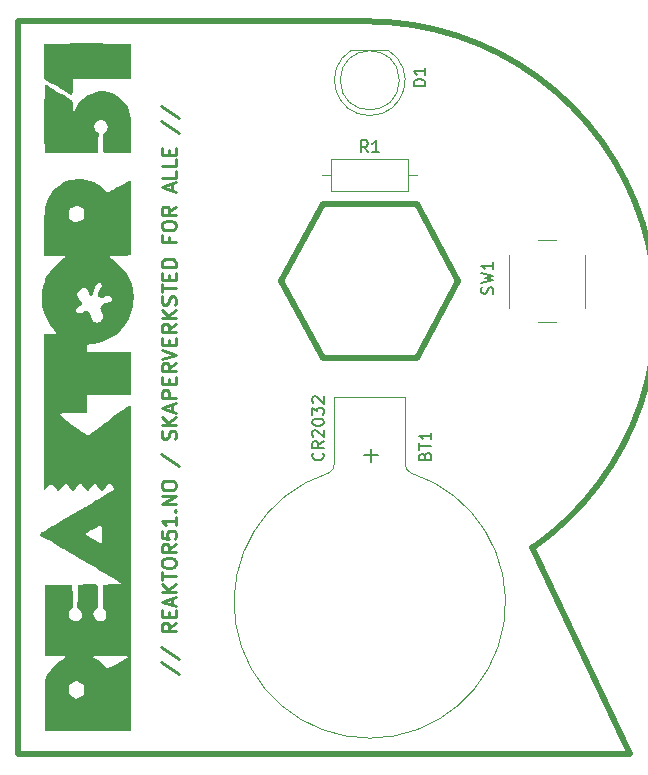
<source format=gbr>
%TF.GenerationSoftware,KiCad,Pcbnew,8.0.1-8.0.1-0~ubuntu20.04.1*%
%TF.CreationDate,2024-04-26T13:56:55+02:00*%
%TF.ProjectId,reaktor51_led,7265616b-746f-4723-9531-5f6c65642e6b,1*%
%TF.SameCoordinates,Original*%
%TF.FileFunction,Legend,Top*%
%TF.FilePolarity,Positive*%
%FSLAX46Y46*%
G04 Gerber Fmt 4.6, Leading zero omitted, Abs format (unit mm)*
G04 Created by KiCad (PCBNEW 8.0.1-8.0.1-0~ubuntu20.04.1) date 2024-04-26 13:56:55*
%MOMM*%
%LPD*%
G01*
G04 APERTURE LIST*
%ADD10C,0.500000*%
%ADD11C,0.200000*%
%ADD12C,0.220000*%
%ADD13C,0.150000*%
%ADD14C,0.120000*%
%ADD15C,0.000000*%
G04 APERTURE END LIST*
D10*
X165250000Y-75000000D02*
X168750000Y-68500000D01*
X165250000Y-62000000D02*
X168750000Y-68500000D01*
X131500000Y-108500000D02*
X131500000Y-46500000D01*
X183250000Y-108500000D02*
X174999856Y-91000068D01*
X131500000Y-46500000D02*
X161000000Y-46500000D01*
X153750000Y-68500000D02*
X157250000Y-75000000D01*
X157250000Y-75000000D02*
X165250000Y-75000000D01*
X157250000Y-62000000D02*
X153750000Y-68500000D01*
X131500000Y-108500000D02*
X183250000Y-108500000D01*
X165250000Y-62000000D02*
X157250000Y-62000000D01*
X161000000Y-46500000D02*
G75*
G02*
X175049828Y-91071182I0J-24500000D01*
G01*
D11*
X157271980Y-83058898D02*
X157319600Y-83106517D01*
X157319600Y-83106517D02*
X157367219Y-83249374D01*
X157367219Y-83249374D02*
X157367219Y-83344612D01*
X157367219Y-83344612D02*
X157319600Y-83487469D01*
X157319600Y-83487469D02*
X157224361Y-83582707D01*
X157224361Y-83582707D02*
X157129123Y-83630326D01*
X157129123Y-83630326D02*
X156938647Y-83677945D01*
X156938647Y-83677945D02*
X156795790Y-83677945D01*
X156795790Y-83677945D02*
X156605314Y-83630326D01*
X156605314Y-83630326D02*
X156510076Y-83582707D01*
X156510076Y-83582707D02*
X156414838Y-83487469D01*
X156414838Y-83487469D02*
X156367219Y-83344612D01*
X156367219Y-83344612D02*
X156367219Y-83249374D01*
X156367219Y-83249374D02*
X156414838Y-83106517D01*
X156414838Y-83106517D02*
X156462457Y-83058898D01*
X157367219Y-82058898D02*
X156891028Y-82392231D01*
X157367219Y-82630326D02*
X156367219Y-82630326D01*
X156367219Y-82630326D02*
X156367219Y-82249374D01*
X156367219Y-82249374D02*
X156414838Y-82154136D01*
X156414838Y-82154136D02*
X156462457Y-82106517D01*
X156462457Y-82106517D02*
X156557695Y-82058898D01*
X156557695Y-82058898D02*
X156700552Y-82058898D01*
X156700552Y-82058898D02*
X156795790Y-82106517D01*
X156795790Y-82106517D02*
X156843409Y-82154136D01*
X156843409Y-82154136D02*
X156891028Y-82249374D01*
X156891028Y-82249374D02*
X156891028Y-82630326D01*
X156462457Y-81677945D02*
X156414838Y-81630326D01*
X156414838Y-81630326D02*
X156367219Y-81535088D01*
X156367219Y-81535088D02*
X156367219Y-81296993D01*
X156367219Y-81296993D02*
X156414838Y-81201755D01*
X156414838Y-81201755D02*
X156462457Y-81154136D01*
X156462457Y-81154136D02*
X156557695Y-81106517D01*
X156557695Y-81106517D02*
X156652933Y-81106517D01*
X156652933Y-81106517D02*
X156795790Y-81154136D01*
X156795790Y-81154136D02*
X157367219Y-81725564D01*
X157367219Y-81725564D02*
X157367219Y-81106517D01*
X156367219Y-80487469D02*
X156367219Y-80392231D01*
X156367219Y-80392231D02*
X156414838Y-80296993D01*
X156414838Y-80296993D02*
X156462457Y-80249374D01*
X156462457Y-80249374D02*
X156557695Y-80201755D01*
X156557695Y-80201755D02*
X156748171Y-80154136D01*
X156748171Y-80154136D02*
X156986266Y-80154136D01*
X156986266Y-80154136D02*
X157176742Y-80201755D01*
X157176742Y-80201755D02*
X157271980Y-80249374D01*
X157271980Y-80249374D02*
X157319600Y-80296993D01*
X157319600Y-80296993D02*
X157367219Y-80392231D01*
X157367219Y-80392231D02*
X157367219Y-80487469D01*
X157367219Y-80487469D02*
X157319600Y-80582707D01*
X157319600Y-80582707D02*
X157271980Y-80630326D01*
X157271980Y-80630326D02*
X157176742Y-80677945D01*
X157176742Y-80677945D02*
X156986266Y-80725564D01*
X156986266Y-80725564D02*
X156748171Y-80725564D01*
X156748171Y-80725564D02*
X156557695Y-80677945D01*
X156557695Y-80677945D02*
X156462457Y-80630326D01*
X156462457Y-80630326D02*
X156414838Y-80582707D01*
X156414838Y-80582707D02*
X156367219Y-80487469D01*
X156367219Y-79820802D02*
X156367219Y-79201755D01*
X156367219Y-79201755D02*
X156748171Y-79535088D01*
X156748171Y-79535088D02*
X156748171Y-79392231D01*
X156748171Y-79392231D02*
X156795790Y-79296993D01*
X156795790Y-79296993D02*
X156843409Y-79249374D01*
X156843409Y-79249374D02*
X156938647Y-79201755D01*
X156938647Y-79201755D02*
X157176742Y-79201755D01*
X157176742Y-79201755D02*
X157271980Y-79249374D01*
X157271980Y-79249374D02*
X157319600Y-79296993D01*
X157319600Y-79296993D02*
X157367219Y-79392231D01*
X157367219Y-79392231D02*
X157367219Y-79677945D01*
X157367219Y-79677945D02*
X157319600Y-79773183D01*
X157319600Y-79773183D02*
X157271980Y-79820802D01*
X156462457Y-78820802D02*
X156414838Y-78773183D01*
X156414838Y-78773183D02*
X156367219Y-78677945D01*
X156367219Y-78677945D02*
X156367219Y-78439850D01*
X156367219Y-78439850D02*
X156414838Y-78344612D01*
X156414838Y-78344612D02*
X156462457Y-78296993D01*
X156462457Y-78296993D02*
X156557695Y-78249374D01*
X156557695Y-78249374D02*
X156652933Y-78249374D01*
X156652933Y-78249374D02*
X156795790Y-78296993D01*
X156795790Y-78296993D02*
X157367219Y-78868421D01*
X157367219Y-78868421D02*
X157367219Y-78249374D01*
D12*
X143584560Y-100712406D02*
X145127417Y-101740978D01*
X143584560Y-99455263D02*
X145127417Y-100483835D01*
X144841702Y-97455263D02*
X144270274Y-97855263D01*
X144841702Y-98140977D02*
X143641702Y-98140977D01*
X143641702Y-98140977D02*
X143641702Y-97683834D01*
X143641702Y-97683834D02*
X143698845Y-97569549D01*
X143698845Y-97569549D02*
X143755988Y-97512406D01*
X143755988Y-97512406D02*
X143870274Y-97455263D01*
X143870274Y-97455263D02*
X144041702Y-97455263D01*
X144041702Y-97455263D02*
X144155988Y-97512406D01*
X144155988Y-97512406D02*
X144213131Y-97569549D01*
X144213131Y-97569549D02*
X144270274Y-97683834D01*
X144270274Y-97683834D02*
X144270274Y-98140977D01*
X144213131Y-96940977D02*
X144213131Y-96540977D01*
X144841702Y-96369549D02*
X144841702Y-96940977D01*
X144841702Y-96940977D02*
X143641702Y-96940977D01*
X143641702Y-96940977D02*
X143641702Y-96369549D01*
X144498845Y-95912406D02*
X144498845Y-95340978D01*
X144841702Y-96026692D02*
X143641702Y-95626692D01*
X143641702Y-95626692D02*
X144841702Y-95226692D01*
X144841702Y-94826692D02*
X143641702Y-94826692D01*
X144841702Y-94140978D02*
X144155988Y-94655264D01*
X143641702Y-94140978D02*
X144327417Y-94826692D01*
X143641702Y-93798121D02*
X143641702Y-93112407D01*
X144841702Y-93455264D02*
X143641702Y-93455264D01*
X143641702Y-92483835D02*
X143641702Y-92255263D01*
X143641702Y-92255263D02*
X143698845Y-92140978D01*
X143698845Y-92140978D02*
X143813131Y-92026692D01*
X143813131Y-92026692D02*
X144041702Y-91969549D01*
X144041702Y-91969549D02*
X144441702Y-91969549D01*
X144441702Y-91969549D02*
X144670274Y-92026692D01*
X144670274Y-92026692D02*
X144784560Y-92140978D01*
X144784560Y-92140978D02*
X144841702Y-92255263D01*
X144841702Y-92255263D02*
X144841702Y-92483835D01*
X144841702Y-92483835D02*
X144784560Y-92598121D01*
X144784560Y-92598121D02*
X144670274Y-92712406D01*
X144670274Y-92712406D02*
X144441702Y-92769549D01*
X144441702Y-92769549D02*
X144041702Y-92769549D01*
X144041702Y-92769549D02*
X143813131Y-92712406D01*
X143813131Y-92712406D02*
X143698845Y-92598121D01*
X143698845Y-92598121D02*
X143641702Y-92483835D01*
X144841702Y-90769549D02*
X144270274Y-91169549D01*
X144841702Y-91455263D02*
X143641702Y-91455263D01*
X143641702Y-91455263D02*
X143641702Y-90998120D01*
X143641702Y-90998120D02*
X143698845Y-90883835D01*
X143698845Y-90883835D02*
X143755988Y-90826692D01*
X143755988Y-90826692D02*
X143870274Y-90769549D01*
X143870274Y-90769549D02*
X144041702Y-90769549D01*
X144041702Y-90769549D02*
X144155988Y-90826692D01*
X144155988Y-90826692D02*
X144213131Y-90883835D01*
X144213131Y-90883835D02*
X144270274Y-90998120D01*
X144270274Y-90998120D02*
X144270274Y-91455263D01*
X143641702Y-89683835D02*
X143641702Y-90255263D01*
X143641702Y-90255263D02*
X144213131Y-90312406D01*
X144213131Y-90312406D02*
X144155988Y-90255263D01*
X144155988Y-90255263D02*
X144098845Y-90140978D01*
X144098845Y-90140978D02*
X144098845Y-89855263D01*
X144098845Y-89855263D02*
X144155988Y-89740978D01*
X144155988Y-89740978D02*
X144213131Y-89683835D01*
X144213131Y-89683835D02*
X144327417Y-89626692D01*
X144327417Y-89626692D02*
X144613131Y-89626692D01*
X144613131Y-89626692D02*
X144727417Y-89683835D01*
X144727417Y-89683835D02*
X144784560Y-89740978D01*
X144784560Y-89740978D02*
X144841702Y-89855263D01*
X144841702Y-89855263D02*
X144841702Y-90140978D01*
X144841702Y-90140978D02*
X144784560Y-90255263D01*
X144784560Y-90255263D02*
X144727417Y-90312406D01*
X144841702Y-88483835D02*
X144841702Y-89169549D01*
X144841702Y-88826692D02*
X143641702Y-88826692D01*
X143641702Y-88826692D02*
X143813131Y-88940978D01*
X143813131Y-88940978D02*
X143927417Y-89055263D01*
X143927417Y-89055263D02*
X143984560Y-89169549D01*
X144727417Y-87969549D02*
X144784560Y-87912406D01*
X144784560Y-87912406D02*
X144841702Y-87969549D01*
X144841702Y-87969549D02*
X144784560Y-88026692D01*
X144784560Y-88026692D02*
X144727417Y-87969549D01*
X144727417Y-87969549D02*
X144841702Y-87969549D01*
X144841702Y-87398120D02*
X143641702Y-87398120D01*
X143641702Y-87398120D02*
X144841702Y-86712406D01*
X144841702Y-86712406D02*
X143641702Y-86712406D01*
X143641702Y-85912406D02*
X143641702Y-85683834D01*
X143641702Y-85683834D02*
X143698845Y-85569549D01*
X143698845Y-85569549D02*
X143813131Y-85455263D01*
X143813131Y-85455263D02*
X144041702Y-85398120D01*
X144041702Y-85398120D02*
X144441702Y-85398120D01*
X144441702Y-85398120D02*
X144670274Y-85455263D01*
X144670274Y-85455263D02*
X144784560Y-85569549D01*
X144784560Y-85569549D02*
X144841702Y-85683834D01*
X144841702Y-85683834D02*
X144841702Y-85912406D01*
X144841702Y-85912406D02*
X144784560Y-86026692D01*
X144784560Y-86026692D02*
X144670274Y-86140977D01*
X144670274Y-86140977D02*
X144441702Y-86198120D01*
X144441702Y-86198120D02*
X144041702Y-86198120D01*
X144041702Y-86198120D02*
X143813131Y-86140977D01*
X143813131Y-86140977D02*
X143698845Y-86026692D01*
X143698845Y-86026692D02*
X143641702Y-85912406D01*
X143584560Y-83112405D02*
X145127417Y-84140977D01*
X144784560Y-81855262D02*
X144841702Y-81683834D01*
X144841702Y-81683834D02*
X144841702Y-81398119D01*
X144841702Y-81398119D02*
X144784560Y-81283834D01*
X144784560Y-81283834D02*
X144727417Y-81226691D01*
X144727417Y-81226691D02*
X144613131Y-81169548D01*
X144613131Y-81169548D02*
X144498845Y-81169548D01*
X144498845Y-81169548D02*
X144384560Y-81226691D01*
X144384560Y-81226691D02*
X144327417Y-81283834D01*
X144327417Y-81283834D02*
X144270274Y-81398119D01*
X144270274Y-81398119D02*
X144213131Y-81626691D01*
X144213131Y-81626691D02*
X144155988Y-81740976D01*
X144155988Y-81740976D02*
X144098845Y-81798119D01*
X144098845Y-81798119D02*
X143984560Y-81855262D01*
X143984560Y-81855262D02*
X143870274Y-81855262D01*
X143870274Y-81855262D02*
X143755988Y-81798119D01*
X143755988Y-81798119D02*
X143698845Y-81740976D01*
X143698845Y-81740976D02*
X143641702Y-81626691D01*
X143641702Y-81626691D02*
X143641702Y-81340976D01*
X143641702Y-81340976D02*
X143698845Y-81169548D01*
X144841702Y-80655262D02*
X143641702Y-80655262D01*
X144841702Y-79969548D02*
X144155988Y-80483834D01*
X143641702Y-79969548D02*
X144327417Y-80655262D01*
X144498845Y-79512405D02*
X144498845Y-78940977D01*
X144841702Y-79626691D02*
X143641702Y-79226691D01*
X143641702Y-79226691D02*
X144841702Y-78826691D01*
X144841702Y-78426691D02*
X143641702Y-78426691D01*
X143641702Y-78426691D02*
X143641702Y-77969548D01*
X143641702Y-77969548D02*
X143698845Y-77855263D01*
X143698845Y-77855263D02*
X143755988Y-77798120D01*
X143755988Y-77798120D02*
X143870274Y-77740977D01*
X143870274Y-77740977D02*
X144041702Y-77740977D01*
X144041702Y-77740977D02*
X144155988Y-77798120D01*
X144155988Y-77798120D02*
X144213131Y-77855263D01*
X144213131Y-77855263D02*
X144270274Y-77969548D01*
X144270274Y-77969548D02*
X144270274Y-78426691D01*
X144213131Y-77226691D02*
X144213131Y-76826691D01*
X144841702Y-76655263D02*
X144841702Y-77226691D01*
X144841702Y-77226691D02*
X143641702Y-77226691D01*
X143641702Y-77226691D02*
X143641702Y-76655263D01*
X144841702Y-75455263D02*
X144270274Y-75855263D01*
X144841702Y-76140977D02*
X143641702Y-76140977D01*
X143641702Y-76140977D02*
X143641702Y-75683834D01*
X143641702Y-75683834D02*
X143698845Y-75569549D01*
X143698845Y-75569549D02*
X143755988Y-75512406D01*
X143755988Y-75512406D02*
X143870274Y-75455263D01*
X143870274Y-75455263D02*
X144041702Y-75455263D01*
X144041702Y-75455263D02*
X144155988Y-75512406D01*
X144155988Y-75512406D02*
X144213131Y-75569549D01*
X144213131Y-75569549D02*
X144270274Y-75683834D01*
X144270274Y-75683834D02*
X144270274Y-76140977D01*
X143641702Y-75112406D02*
X144841702Y-74712406D01*
X144841702Y-74712406D02*
X143641702Y-74312406D01*
X144213131Y-73912406D02*
X144213131Y-73512406D01*
X144841702Y-73340978D02*
X144841702Y-73912406D01*
X144841702Y-73912406D02*
X143641702Y-73912406D01*
X143641702Y-73912406D02*
X143641702Y-73340978D01*
X144841702Y-72140978D02*
X144270274Y-72540978D01*
X144841702Y-72826692D02*
X143641702Y-72826692D01*
X143641702Y-72826692D02*
X143641702Y-72369549D01*
X143641702Y-72369549D02*
X143698845Y-72255264D01*
X143698845Y-72255264D02*
X143755988Y-72198121D01*
X143755988Y-72198121D02*
X143870274Y-72140978D01*
X143870274Y-72140978D02*
X144041702Y-72140978D01*
X144041702Y-72140978D02*
X144155988Y-72198121D01*
X144155988Y-72198121D02*
X144213131Y-72255264D01*
X144213131Y-72255264D02*
X144270274Y-72369549D01*
X144270274Y-72369549D02*
X144270274Y-72826692D01*
X144841702Y-71626692D02*
X143641702Y-71626692D01*
X144841702Y-70940978D02*
X144155988Y-71455264D01*
X143641702Y-70940978D02*
X144327417Y-71626692D01*
X144784560Y-70483835D02*
X144841702Y-70312407D01*
X144841702Y-70312407D02*
X144841702Y-70026692D01*
X144841702Y-70026692D02*
X144784560Y-69912407D01*
X144784560Y-69912407D02*
X144727417Y-69855264D01*
X144727417Y-69855264D02*
X144613131Y-69798121D01*
X144613131Y-69798121D02*
X144498845Y-69798121D01*
X144498845Y-69798121D02*
X144384560Y-69855264D01*
X144384560Y-69855264D02*
X144327417Y-69912407D01*
X144327417Y-69912407D02*
X144270274Y-70026692D01*
X144270274Y-70026692D02*
X144213131Y-70255264D01*
X144213131Y-70255264D02*
X144155988Y-70369549D01*
X144155988Y-70369549D02*
X144098845Y-70426692D01*
X144098845Y-70426692D02*
X143984560Y-70483835D01*
X143984560Y-70483835D02*
X143870274Y-70483835D01*
X143870274Y-70483835D02*
X143755988Y-70426692D01*
X143755988Y-70426692D02*
X143698845Y-70369549D01*
X143698845Y-70369549D02*
X143641702Y-70255264D01*
X143641702Y-70255264D02*
X143641702Y-69969549D01*
X143641702Y-69969549D02*
X143698845Y-69798121D01*
X143641702Y-69455264D02*
X143641702Y-68769550D01*
X144841702Y-69112407D02*
X143641702Y-69112407D01*
X144213131Y-68369549D02*
X144213131Y-67969549D01*
X144841702Y-67798121D02*
X144841702Y-68369549D01*
X144841702Y-68369549D02*
X143641702Y-68369549D01*
X143641702Y-68369549D02*
X143641702Y-67798121D01*
X144841702Y-67283835D02*
X143641702Y-67283835D01*
X143641702Y-67283835D02*
X143641702Y-66998121D01*
X143641702Y-66998121D02*
X143698845Y-66826692D01*
X143698845Y-66826692D02*
X143813131Y-66712407D01*
X143813131Y-66712407D02*
X143927417Y-66655264D01*
X143927417Y-66655264D02*
X144155988Y-66598121D01*
X144155988Y-66598121D02*
X144327417Y-66598121D01*
X144327417Y-66598121D02*
X144555988Y-66655264D01*
X144555988Y-66655264D02*
X144670274Y-66712407D01*
X144670274Y-66712407D02*
X144784560Y-66826692D01*
X144784560Y-66826692D02*
X144841702Y-66998121D01*
X144841702Y-66998121D02*
X144841702Y-67283835D01*
X144213131Y-64769549D02*
X144213131Y-65169549D01*
X144841702Y-65169549D02*
X143641702Y-65169549D01*
X143641702Y-65169549D02*
X143641702Y-64598121D01*
X143641702Y-63912407D02*
X143641702Y-63683835D01*
X143641702Y-63683835D02*
X143698845Y-63569550D01*
X143698845Y-63569550D02*
X143813131Y-63455264D01*
X143813131Y-63455264D02*
X144041702Y-63398121D01*
X144041702Y-63398121D02*
X144441702Y-63398121D01*
X144441702Y-63398121D02*
X144670274Y-63455264D01*
X144670274Y-63455264D02*
X144784560Y-63569550D01*
X144784560Y-63569550D02*
X144841702Y-63683835D01*
X144841702Y-63683835D02*
X144841702Y-63912407D01*
X144841702Y-63912407D02*
X144784560Y-64026693D01*
X144784560Y-64026693D02*
X144670274Y-64140978D01*
X144670274Y-64140978D02*
X144441702Y-64198121D01*
X144441702Y-64198121D02*
X144041702Y-64198121D01*
X144041702Y-64198121D02*
X143813131Y-64140978D01*
X143813131Y-64140978D02*
X143698845Y-64026693D01*
X143698845Y-64026693D02*
X143641702Y-63912407D01*
X144841702Y-62198121D02*
X144270274Y-62598121D01*
X144841702Y-62883835D02*
X143641702Y-62883835D01*
X143641702Y-62883835D02*
X143641702Y-62426692D01*
X143641702Y-62426692D02*
X143698845Y-62312407D01*
X143698845Y-62312407D02*
X143755988Y-62255264D01*
X143755988Y-62255264D02*
X143870274Y-62198121D01*
X143870274Y-62198121D02*
X144041702Y-62198121D01*
X144041702Y-62198121D02*
X144155988Y-62255264D01*
X144155988Y-62255264D02*
X144213131Y-62312407D01*
X144213131Y-62312407D02*
X144270274Y-62426692D01*
X144270274Y-62426692D02*
X144270274Y-62883835D01*
X144498845Y-60826692D02*
X144498845Y-60255264D01*
X144841702Y-60940978D02*
X143641702Y-60540978D01*
X143641702Y-60540978D02*
X144841702Y-60140978D01*
X144841702Y-59169550D02*
X144841702Y-59740978D01*
X144841702Y-59740978D02*
X143641702Y-59740978D01*
X144841702Y-58198121D02*
X144841702Y-58769549D01*
X144841702Y-58769549D02*
X143641702Y-58769549D01*
X144213131Y-57798120D02*
X144213131Y-57398120D01*
X144841702Y-57226692D02*
X144841702Y-57798120D01*
X144841702Y-57798120D02*
X143641702Y-57798120D01*
X143641702Y-57798120D02*
X143641702Y-57226692D01*
X143584560Y-54940977D02*
X145127417Y-55969549D01*
X143584560Y-53683834D02*
X145127417Y-54712406D01*
D13*
X171657200Y-69583332D02*
X171704819Y-69440475D01*
X171704819Y-69440475D02*
X171704819Y-69202380D01*
X171704819Y-69202380D02*
X171657200Y-69107142D01*
X171657200Y-69107142D02*
X171609580Y-69059523D01*
X171609580Y-69059523D02*
X171514342Y-69011904D01*
X171514342Y-69011904D02*
X171419104Y-69011904D01*
X171419104Y-69011904D02*
X171323866Y-69059523D01*
X171323866Y-69059523D02*
X171276247Y-69107142D01*
X171276247Y-69107142D02*
X171228628Y-69202380D01*
X171228628Y-69202380D02*
X171181009Y-69392856D01*
X171181009Y-69392856D02*
X171133390Y-69488094D01*
X171133390Y-69488094D02*
X171085771Y-69535713D01*
X171085771Y-69535713D02*
X170990533Y-69583332D01*
X170990533Y-69583332D02*
X170895295Y-69583332D01*
X170895295Y-69583332D02*
X170800057Y-69535713D01*
X170800057Y-69535713D02*
X170752438Y-69488094D01*
X170752438Y-69488094D02*
X170704819Y-69392856D01*
X170704819Y-69392856D02*
X170704819Y-69154761D01*
X170704819Y-69154761D02*
X170752438Y-69011904D01*
X170704819Y-68678570D02*
X171704819Y-68440475D01*
X171704819Y-68440475D02*
X170990533Y-68249999D01*
X170990533Y-68249999D02*
X171704819Y-68059523D01*
X171704819Y-68059523D02*
X170704819Y-67821428D01*
X171704819Y-66916666D02*
X171704819Y-67488094D01*
X171704819Y-67202380D02*
X170704819Y-67202380D01*
X170704819Y-67202380D02*
X170847676Y-67297618D01*
X170847676Y-67297618D02*
X170942914Y-67392856D01*
X170942914Y-67392856D02*
X170990533Y-67488094D01*
X165931009Y-83285714D02*
X165978628Y-83142857D01*
X165978628Y-83142857D02*
X166026247Y-83095238D01*
X166026247Y-83095238D02*
X166121485Y-83047619D01*
X166121485Y-83047619D02*
X166264342Y-83047619D01*
X166264342Y-83047619D02*
X166359580Y-83095238D01*
X166359580Y-83095238D02*
X166407200Y-83142857D01*
X166407200Y-83142857D02*
X166454819Y-83238095D01*
X166454819Y-83238095D02*
X166454819Y-83619047D01*
X166454819Y-83619047D02*
X165454819Y-83619047D01*
X165454819Y-83619047D02*
X165454819Y-83285714D01*
X165454819Y-83285714D02*
X165502438Y-83190476D01*
X165502438Y-83190476D02*
X165550057Y-83142857D01*
X165550057Y-83142857D02*
X165645295Y-83095238D01*
X165645295Y-83095238D02*
X165740533Y-83095238D01*
X165740533Y-83095238D02*
X165835771Y-83142857D01*
X165835771Y-83142857D02*
X165883390Y-83190476D01*
X165883390Y-83190476D02*
X165931009Y-83285714D01*
X165931009Y-83285714D02*
X165931009Y-83619047D01*
X165454819Y-82761904D02*
X165454819Y-82190476D01*
X166454819Y-82476190D02*
X165454819Y-82476190D01*
X166454819Y-81333333D02*
X166454819Y-81904761D01*
X166454819Y-81619047D02*
X165454819Y-81619047D01*
X165454819Y-81619047D02*
X165597676Y-81714285D01*
X165597676Y-81714285D02*
X165692914Y-81809523D01*
X165692914Y-81809523D02*
X165740533Y-81904761D01*
X161364700Y-83821428D02*
X161364700Y-82678571D01*
X161936128Y-83249999D02*
X160793271Y-83249999D01*
X161083333Y-57584819D02*
X160750000Y-57108628D01*
X160511905Y-57584819D02*
X160511905Y-56584819D01*
X160511905Y-56584819D02*
X160892857Y-56584819D01*
X160892857Y-56584819D02*
X160988095Y-56632438D01*
X160988095Y-56632438D02*
X161035714Y-56680057D01*
X161035714Y-56680057D02*
X161083333Y-56775295D01*
X161083333Y-56775295D02*
X161083333Y-56918152D01*
X161083333Y-56918152D02*
X161035714Y-57013390D01*
X161035714Y-57013390D02*
X160988095Y-57061009D01*
X160988095Y-57061009D02*
X160892857Y-57108628D01*
X160892857Y-57108628D02*
X160511905Y-57108628D01*
X162035714Y-57584819D02*
X161464286Y-57584819D01*
X161750000Y-57584819D02*
X161750000Y-56584819D01*
X161750000Y-56584819D02*
X161654762Y-56727676D01*
X161654762Y-56727676D02*
X161559524Y-56822914D01*
X161559524Y-56822914D02*
X161464286Y-56870533D01*
X165954819Y-51988094D02*
X164954819Y-51988094D01*
X164954819Y-51988094D02*
X164954819Y-51749999D01*
X164954819Y-51749999D02*
X165002438Y-51607142D01*
X165002438Y-51607142D02*
X165097676Y-51511904D01*
X165097676Y-51511904D02*
X165192914Y-51464285D01*
X165192914Y-51464285D02*
X165383390Y-51416666D01*
X165383390Y-51416666D02*
X165526247Y-51416666D01*
X165526247Y-51416666D02*
X165716723Y-51464285D01*
X165716723Y-51464285D02*
X165811961Y-51511904D01*
X165811961Y-51511904D02*
X165907200Y-51607142D01*
X165907200Y-51607142D02*
X165954819Y-51749999D01*
X165954819Y-51749999D02*
X165954819Y-51988094D01*
X165954819Y-50464285D02*
X165954819Y-51035713D01*
X165954819Y-50749999D02*
X164954819Y-50749999D01*
X164954819Y-50749999D02*
X165097676Y-50845237D01*
X165097676Y-50845237D02*
X165192914Y-50940475D01*
X165192914Y-50940475D02*
X165240533Y-51035713D01*
D14*
%TO.C,SW1*%
X175500000Y-72000000D02*
X177000000Y-72000000D01*
X179500000Y-70750000D02*
X179500000Y-66250000D01*
X173000000Y-66250000D02*
X173000000Y-70750000D01*
X177000000Y-65000000D02*
X175500000Y-65000000D01*
%TO.C,BT1*%
X164250000Y-78300000D02*
X164250000Y-84000000D01*
X158250000Y-78300000D02*
X164250000Y-78300000D01*
X158250000Y-78300000D02*
X158250000Y-84000000D01*
X158250000Y-84000000D02*
G75*
G02*
X157750000Y-84750000I-812500J0D01*
G01*
X164750000Y-84750000D02*
G75*
G02*
X164250000Y-84000000I312500J750000D01*
G01*
X164750000Y-84750001D02*
G75*
G02*
X161250000Y-107195670I-3499989J-10949955D01*
G01*
X161250000Y-107195671D02*
G75*
G02*
X157750000Y-84750000I-11J11495715D01*
G01*
%TO.C,R1*%
X157210000Y-59500000D02*
X157980000Y-59500000D01*
X157980000Y-58130000D02*
X157980000Y-60870000D01*
X157980000Y-60870000D02*
X164520000Y-60870000D01*
X164520000Y-58130000D02*
X157980000Y-58130000D01*
X164520000Y-60870000D02*
X164520000Y-58130000D01*
X165290000Y-59500000D02*
X164520000Y-59500000D01*
%TO.C,D1*%
X162795000Y-48935000D02*
X159705000Y-48935000D01*
X162794830Y-48935001D02*
G75*
G02*
X161249538Y-54484999I-1544830J-2559999D01*
G01*
X161250462Y-54485000D02*
G75*
G02*
X159705170Y-48935000I-462J2990000D01*
G01*
X163750000Y-51495000D02*
G75*
G02*
X158750000Y-51495000I-2500000J0D01*
G01*
X158750000Y-51495000D02*
G75*
G02*
X163750000Y-51495000I2500000J0D01*
G01*
D15*
%TO.C,G\u002A\u002A\u002A*%
G36*
X138010056Y-48378048D02*
G01*
X138485094Y-48378938D01*
X138940362Y-48380304D01*
X139367521Y-48382146D01*
X139758230Y-48384465D01*
X140104149Y-48387260D01*
X140396938Y-48390532D01*
X140628256Y-48394281D01*
X140789763Y-48398507D01*
X140873119Y-48403211D01*
X140879363Y-48404145D01*
X141017888Y-48431850D01*
X141017888Y-49889136D01*
X141017888Y-51346423D01*
X138627796Y-51346423D01*
X138174053Y-51346910D01*
X137745924Y-51348309D01*
X137351811Y-51350530D01*
X137000113Y-51353479D01*
X136699234Y-51357066D01*
X136457573Y-51361198D01*
X136283534Y-51365783D01*
X136185515Y-51370729D01*
X136167587Y-51373329D01*
X136139608Y-51395974D01*
X136120035Y-51447740D01*
X136107465Y-51541962D01*
X136100495Y-51691974D01*
X136097722Y-51911110D01*
X136097469Y-52039642D01*
X136095754Y-52312834D01*
X136087734Y-52506865D01*
X136069103Y-52631208D01*
X136035552Y-52695336D01*
X135982774Y-52708722D01*
X135906460Y-52680840D01*
X135826407Y-52635688D01*
X135687206Y-52555853D01*
X135551915Y-52483313D01*
X135543368Y-52478986D01*
X135421090Y-52413749D01*
X135322650Y-52355778D01*
X135245192Y-52307610D01*
X135115433Y-52228437D01*
X134957166Y-52132751D01*
X134901533Y-52099298D01*
X134738911Y-52001475D01*
X134596602Y-51915556D01*
X134498450Y-51855946D01*
X134479494Y-51844305D01*
X134363152Y-51780079D01*
X134297449Y-51748781D01*
X134212110Y-51704089D01*
X134082541Y-51628086D01*
X133953907Y-51548048D01*
X133703752Y-51388026D01*
X133703752Y-49909567D01*
X133703752Y-48431108D01*
X133803490Y-48404380D01*
X133865213Y-48399581D01*
X134007250Y-48395256D01*
X134221261Y-48391403D01*
X134498906Y-48388023D01*
X134831845Y-48385117D01*
X135211738Y-48382684D01*
X135630243Y-48380725D01*
X136079022Y-48379241D01*
X136549732Y-48378230D01*
X137034035Y-48377694D01*
X137523590Y-48377634D01*
X138010056Y-48378048D01*
G37*
G36*
X133784280Y-51878577D02*
G01*
X133893756Y-51932640D01*
X134052030Y-52018633D01*
X134245710Y-52129357D01*
X134390838Y-52215123D01*
X134604607Y-52342487D01*
X134794985Y-52454832D01*
X134947535Y-52543724D01*
X135047820Y-52600726D01*
X135077923Y-52616583D01*
X135180008Y-52669235D01*
X135328283Y-52753538D01*
X135501139Y-52856283D01*
X135676969Y-52964261D01*
X135834163Y-53064264D01*
X135951112Y-53143084D01*
X135997731Y-53178822D01*
X136042067Y-53225356D01*
X136070928Y-53282367D01*
X136087592Y-53368553D01*
X136095336Y-53502615D01*
X136097437Y-53703251D01*
X136097469Y-53747867D01*
X136100641Y-53942118D01*
X136109233Y-54098637D01*
X136121861Y-54199391D01*
X136134307Y-54227749D01*
X136177071Y-54191932D01*
X136228135Y-54105847D01*
X136264800Y-54028585D01*
X136302958Y-53952046D01*
X136354596Y-53852977D01*
X136431700Y-53708125D01*
X136470917Y-53634844D01*
X136584708Y-53464924D01*
X136749302Y-53272179D01*
X136942961Y-53077565D01*
X137143949Y-52902037D01*
X137330530Y-52766550D01*
X137427312Y-52712828D01*
X137899334Y-52531962D01*
X138351422Y-52436896D01*
X138787042Y-52427917D01*
X139209657Y-52505315D01*
X139622732Y-52669374D01*
X140029732Y-52920385D01*
X140042670Y-52929838D01*
X140298699Y-53158605D01*
X140535805Y-53446299D01*
X140738157Y-53768143D01*
X140889926Y-54099359D01*
X140969331Y-54380313D01*
X140982799Y-54500302D01*
X140994466Y-54699410D01*
X141004069Y-54968112D01*
X141011346Y-55296883D01*
X141016035Y-55676198D01*
X141017871Y-56096535D01*
X141017888Y-56141999D01*
X141017888Y-57641013D01*
X139892949Y-57641013D01*
X139522249Y-57639857D01*
X139232379Y-57636144D01*
X139015539Y-57629503D01*
X138863932Y-57619567D01*
X138769758Y-57605966D01*
X138725218Y-57588330D01*
X138722568Y-57585602D01*
X138705956Y-57521990D01*
X138691737Y-57382353D01*
X138680696Y-57179308D01*
X138673617Y-56925473D01*
X138671695Y-56768353D01*
X138666265Y-56006513D01*
X138841502Y-55844378D01*
X138981805Y-55664543D01*
X139046421Y-55466944D01*
X139036465Y-55268924D01*
X138953051Y-55087826D01*
X138797294Y-54940993D01*
X138782867Y-54931931D01*
X138581019Y-54851561D01*
X138386122Y-54848099D01*
X138210584Y-54909962D01*
X138066817Y-55025571D01*
X137967228Y-55183344D01*
X137924228Y-55371701D01*
X137950226Y-55579059D01*
X137987242Y-55674433D01*
X138066703Y-55793536D01*
X138164349Y-55881302D01*
X138174704Y-55887166D01*
X138289847Y-55947495D01*
X138276127Y-56759934D01*
X138270655Y-57020200D01*
X138263787Y-57249707D01*
X138256127Y-57433802D01*
X138248280Y-57557833D01*
X138241196Y-57606693D01*
X138194232Y-57613393D01*
X138068896Y-57619399D01*
X137875469Y-57624695D01*
X137624234Y-57629264D01*
X137325472Y-57633088D01*
X136989465Y-57636151D01*
X136626495Y-57638436D01*
X136246843Y-57639925D01*
X135860790Y-57640601D01*
X135478620Y-57640448D01*
X135110613Y-57639447D01*
X134767051Y-57637583D01*
X134458216Y-57634839D01*
X134194390Y-57631196D01*
X133985853Y-57626638D01*
X133842889Y-57621148D01*
X133775778Y-57614709D01*
X133773870Y-57614106D01*
X133759685Y-57601902D01*
X133747529Y-57572790D01*
X133737249Y-57520466D01*
X133728690Y-57438625D01*
X133721699Y-57320962D01*
X133716123Y-57161172D01*
X133711808Y-56952951D01*
X133708601Y-56689993D01*
X133706347Y-56365994D01*
X133704894Y-55974649D01*
X133704087Y-55509654D01*
X133703774Y-54964702D01*
X133703752Y-54735396D01*
X133704255Y-54240891D01*
X133705707Y-53772965D01*
X133708021Y-53339087D01*
X133711111Y-52946724D01*
X133714890Y-52603345D01*
X133719272Y-52316417D01*
X133724171Y-52093410D01*
X133729499Y-51941791D01*
X133735171Y-51869029D01*
X133736998Y-51863644D01*
X133784280Y-51878577D01*
G37*
G36*
X137324934Y-59921111D02*
G01*
X137586677Y-59983838D01*
X137877778Y-60095653D01*
X138188677Y-60268416D01*
X138494644Y-60486409D01*
X138770949Y-60733917D01*
X138777653Y-60740746D01*
X138893029Y-60852108D01*
X138988636Y-60932533D01*
X139044745Y-60965511D01*
X139046377Y-60965620D01*
X139087239Y-60956989D01*
X139159322Y-60927445D01*
X139273761Y-60871510D01*
X139441693Y-60783706D01*
X139674251Y-60658554D01*
X139710209Y-60639040D01*
X140099426Y-60429026D01*
X140414930Y-60261860D01*
X140659755Y-60136011D01*
X140836936Y-60049948D01*
X140949508Y-60002138D01*
X140995370Y-59990402D01*
X141008993Y-59996403D01*
X141020690Y-60018386D01*
X141030570Y-60062320D01*
X141038743Y-60134174D01*
X141045317Y-60239919D01*
X141050404Y-60385524D01*
X141054111Y-60576957D01*
X141056549Y-60820189D01*
X141057828Y-61121189D01*
X141058056Y-61485927D01*
X141057344Y-61920372D01*
X141055802Y-62430492D01*
X141053538Y-63022259D01*
X141053078Y-63134029D01*
X141050518Y-63654059D01*
X141047298Y-64148046D01*
X141043515Y-64608855D01*
X141039265Y-65029349D01*
X141034643Y-65402393D01*
X141029746Y-65720851D01*
X141024669Y-65977586D01*
X141019508Y-66165463D01*
X141014359Y-66277346D01*
X141010440Y-66307242D01*
X140958511Y-66316561D01*
X140832846Y-66324054D01*
X140648355Y-66329275D01*
X140419948Y-66331774D01*
X140204593Y-66331441D01*
X139870663Y-66330897D01*
X139615980Y-66335146D01*
X139431217Y-66345165D01*
X139307047Y-66361933D01*
X139234144Y-66386426D01*
X139203179Y-66419625D01*
X139200436Y-66436735D01*
X139236753Y-66489432D01*
X139326027Y-66549652D01*
X139344721Y-66559017D01*
X139445538Y-66618784D01*
X139588108Y-66717904D01*
X139746725Y-66838205D01*
X139799084Y-66880169D01*
X140224583Y-67280100D01*
X140582476Y-67728359D01*
X140869478Y-68216340D01*
X141082305Y-68735439D01*
X141217672Y-69277048D01*
X141272296Y-69832562D01*
X141242891Y-70393376D01*
X141212970Y-70584817D01*
X141063009Y-71170978D01*
X140839026Y-71712328D01*
X140545749Y-72204156D01*
X140187904Y-72641747D01*
X139770216Y-73020389D01*
X139297414Y-73335369D01*
X138774222Y-73581973D01*
X138205368Y-73755490D01*
X138174437Y-73761767D01*
X137989300Y-73799335D01*
X137799526Y-73829920D01*
X137625436Y-73852813D01*
X137499437Y-73863857D01*
X137482722Y-73864280D01*
X137338656Y-73865096D01*
X137338656Y-74174907D01*
X137338656Y-74484717D01*
X139189354Y-74496285D01*
X141040052Y-74507854D01*
X141051640Y-76266224D01*
X141054258Y-76712490D01*
X141055487Y-77078369D01*
X141055064Y-77372123D01*
X141052723Y-77602013D01*
X141048200Y-77776303D01*
X141041230Y-77903254D01*
X141031548Y-77991128D01*
X141018890Y-78048187D01*
X141002990Y-78082693D01*
X140993063Y-78094758D01*
X140966980Y-78112424D01*
X140922020Y-78126903D01*
X140850028Y-78138502D01*
X140742851Y-78147528D01*
X140592335Y-78154288D01*
X140390325Y-78159091D01*
X140128668Y-78162244D01*
X139799209Y-78164053D01*
X139393794Y-78164826D01*
X139131850Y-78164922D01*
X137340800Y-78164922D01*
X137328646Y-78907417D01*
X137316492Y-79649913D01*
X136333750Y-79668513D01*
X136145454Y-79672077D01*
X135755576Y-79680818D01*
X135449244Y-79690848D01*
X135221353Y-79702484D01*
X135066799Y-79716043D01*
X134980476Y-79731842D01*
X134957240Y-79745882D01*
X134984637Y-79789464D01*
X135071580Y-79874620D01*
X135206006Y-79990652D01*
X135375853Y-80126863D01*
X135457025Y-80189163D01*
X135651633Y-80337336D01*
X135830118Y-80474588D01*
X135976029Y-80588173D01*
X136072915Y-80665344D01*
X136091138Y-80680487D01*
X136180587Y-80747820D01*
X136243376Y-80779809D01*
X136247418Y-80780225D01*
X136304604Y-80809850D01*
X136358238Y-80859549D01*
X136431307Y-80926654D01*
X136552770Y-81024246D01*
X136705876Y-81140327D01*
X136873872Y-81262895D01*
X137040005Y-81379952D01*
X137187523Y-81479497D01*
X137299672Y-81549531D01*
X137359701Y-81578053D01*
X137361515Y-81578185D01*
X137409673Y-81553048D01*
X137514945Y-81484192D01*
X137663793Y-81381450D01*
X137842677Y-81254656D01*
X138038056Y-81113644D01*
X138236392Y-80968247D01*
X138424145Y-80828298D01*
X138587774Y-80703632D01*
X138713741Y-80604080D01*
X138777876Y-80549519D01*
X138854578Y-80487031D01*
X138963963Y-80406008D01*
X138987230Y-80389582D01*
X139097038Y-80311079D01*
X139261180Y-80191546D01*
X139464666Y-80042106D01*
X139692510Y-79873882D01*
X139929720Y-79697996D01*
X140161310Y-79525571D01*
X140372289Y-79367729D01*
X140547670Y-79235594D01*
X140672464Y-79140288D01*
X140704689Y-79115105D01*
X140824514Y-79031611D01*
X140925676Y-78980819D01*
X140970657Y-78972842D01*
X140977312Y-78979833D01*
X140983543Y-79000066D01*
X140989370Y-79036396D01*
X140994807Y-79091679D01*
X140999873Y-79168772D01*
X141004584Y-79270530D01*
X141008958Y-79399811D01*
X141013010Y-79559469D01*
X141016758Y-79752362D01*
X141020220Y-79981346D01*
X141023411Y-80249277D01*
X141026349Y-80559010D01*
X141029050Y-80913403D01*
X141031532Y-81315311D01*
X141033812Y-81767591D01*
X141035906Y-82273099D01*
X141037831Y-82834691D01*
X141039605Y-83455223D01*
X141041244Y-84137552D01*
X141042764Y-84884533D01*
X141044184Y-85699023D01*
X141045520Y-86583878D01*
X141046789Y-87541955D01*
X141048008Y-88576109D01*
X141049193Y-89689197D01*
X141050362Y-90884075D01*
X141051531Y-92163599D01*
X141052007Y-92705145D01*
X141052888Y-93803363D01*
X141053599Y-94879089D01*
X141054143Y-95928916D01*
X141054525Y-96949438D01*
X141054746Y-97937249D01*
X141054809Y-98888942D01*
X141054718Y-99801111D01*
X141054476Y-100670350D01*
X141054085Y-101493251D01*
X141053549Y-102266410D01*
X141052869Y-102986420D01*
X141052051Y-103649873D01*
X141051095Y-104253365D01*
X141050006Y-104793489D01*
X141048786Y-105266837D01*
X141047438Y-105670005D01*
X141045965Y-105999585D01*
X141044370Y-106252172D01*
X141042656Y-106424359D01*
X141040826Y-106512739D01*
X141040016Y-106524080D01*
X141016070Y-106624075D01*
X139073568Y-106618032D01*
X137370993Y-106612736D01*
X136416431Y-106609766D01*
X133725916Y-106601396D01*
X133728209Y-104584468D01*
X133729871Y-104022811D01*
X133733532Y-103546689D01*
X133739268Y-103153003D01*
X133742504Y-103024043D01*
X135748056Y-103024043D01*
X135751670Y-103187879D01*
X135765009Y-103496067D01*
X136090720Y-103680787D01*
X136416431Y-103865507D01*
X136682325Y-103715214D01*
X136820620Y-103639837D01*
X136929000Y-103585901D01*
X136984295Y-103564927D01*
X136984596Y-103564922D01*
X137021007Y-103547262D01*
X137045508Y-103485610D01*
X137060340Y-103366953D01*
X137067743Y-103178282D01*
X137069188Y-103073721D01*
X137069599Y-102889230D01*
X137063041Y-102772922D01*
X137044048Y-102704339D01*
X137007155Y-102663021D01*
X136950785Y-102630511D01*
X136857922Y-102579459D01*
X136806685Y-102545446D01*
X136735568Y-102497069D01*
X136623386Y-102439626D01*
X136508210Y-102390784D01*
X136428113Y-102368206D01*
X136424374Y-102368063D01*
X136336453Y-102392138D01*
X136208095Y-102454366D01*
X136062909Y-102539747D01*
X135924505Y-102633284D01*
X135816492Y-102719979D01*
X135762479Y-102784834D01*
X135760969Y-102789492D01*
X135751318Y-102878572D01*
X135748056Y-103024043D01*
X133742504Y-103024043D01*
X133747155Y-102838651D01*
X133757269Y-102600534D01*
X133769686Y-102435552D01*
X133783162Y-102345899D01*
X133852052Y-102132985D01*
X133961269Y-101881572D01*
X134095434Y-101622129D01*
X134239168Y-101385127D01*
X134336175Y-101250240D01*
X134500952Y-101067595D01*
X134709955Y-100872949D01*
X134936185Y-100688800D01*
X135152644Y-100537645D01*
X135275116Y-100467843D01*
X135390713Y-100398599D01*
X135463710Y-100332737D01*
X135476821Y-100303819D01*
X137826265Y-100303819D01*
X137863337Y-100366000D01*
X137920431Y-100397211D01*
X138042909Y-100455523D01*
X138208062Y-100560462D01*
X138395107Y-100696744D01*
X138583262Y-100849083D01*
X138751746Y-101002194D01*
X138776868Y-101027131D01*
X138910169Y-101154402D01*
X139003654Y-101223313D01*
X139073568Y-101244187D01*
X139109407Y-101238450D01*
X139183228Y-101206378D01*
X139312442Y-101142531D01*
X139475116Y-101058504D01*
X139649320Y-100965893D01*
X139813121Y-100876294D01*
X139944589Y-100801302D01*
X139998342Y-100768453D01*
X140077324Y-100724223D01*
X140199407Y-100662253D01*
X140257152Y-100634354D01*
X140504782Y-100508362D01*
X140667385Y-100406074D01*
X140744821Y-100327586D01*
X140751920Y-100302428D01*
X140739863Y-100285161D01*
X140698204Y-100271308D01*
X140618711Y-100260521D01*
X140493152Y-100252450D01*
X140313295Y-100246744D01*
X140070908Y-100243055D01*
X139757758Y-100241033D01*
X139365615Y-100240328D01*
X139289092Y-100240314D01*
X138883693Y-100240796D01*
X138558600Y-100242482D01*
X138305469Y-100245735D01*
X138115955Y-100250917D01*
X137981713Y-100258390D01*
X137894398Y-100268517D01*
X137845664Y-100281660D01*
X137827166Y-100298181D01*
X137826265Y-100303819D01*
X135476821Y-100303819D01*
X135476876Y-100303697D01*
X135463773Y-100281038D01*
X135417252Y-100264286D01*
X135326493Y-100252608D01*
X135180678Y-100245169D01*
X134968986Y-100241135D01*
X134680600Y-100239674D01*
X134645724Y-100239636D01*
X134380569Y-100237606D01*
X134144336Y-100232369D01*
X133951981Y-100224535D01*
X133818461Y-100214711D01*
X133758848Y-100203579D01*
X133747509Y-100179370D01*
X133737875Y-100118708D01*
X133729867Y-100016275D01*
X133723408Y-99866750D01*
X133718419Y-99664815D01*
X133714823Y-99405149D01*
X133712542Y-99082434D01*
X133711497Y-98691351D01*
X133711611Y-98226579D01*
X133712806Y-97682799D01*
X133714519Y-97178865D01*
X133725916Y-94189529D01*
X134900611Y-94189529D01*
X136075305Y-94189529D01*
X136087214Y-95195991D01*
X136090685Y-95520356D01*
X136091892Y-95767297D01*
X136090051Y-95948033D01*
X136084377Y-96073784D01*
X136074085Y-96155770D01*
X136058390Y-96205210D01*
X136036507Y-96233324D01*
X136013602Y-96248223D01*
X135906289Y-96343751D01*
X135812783Y-96490727D01*
X135753501Y-96652187D01*
X135742845Y-96738395D01*
X135782020Y-96933465D01*
X135887158Y-97100126D01*
X136039673Y-97225351D01*
X136220980Y-97296115D01*
X136412493Y-97299391D01*
X136504618Y-97272334D01*
X136700370Y-97152763D01*
X136820760Y-96986741D01*
X136850931Y-96894058D01*
X136872062Y-96678100D01*
X136821913Y-96496225D01*
X136693154Y-96324773D01*
X136666397Y-96298289D01*
X136494650Y-96133260D01*
X136506618Y-95161394D01*
X136518586Y-94189529D01*
X137272164Y-94176888D01*
X137528233Y-94174028D01*
X137758673Y-94174136D01*
X137946563Y-94176995D01*
X138074983Y-94182389D01*
X138121236Y-94187749D01*
X138152503Y-94198033D01*
X138176155Y-94218924D01*
X138193345Y-94261659D01*
X138205222Y-94337477D01*
X138212939Y-94457615D01*
X138217646Y-94633313D01*
X138220495Y-94875808D01*
X138222518Y-95176498D01*
X138228307Y-96141744D01*
X138071181Y-96294037D01*
X137922029Y-96486336D01*
X137855899Y-96685951D01*
X137872410Y-96881721D01*
X137971183Y-97062482D01*
X138101393Y-97183215D01*
X138299003Y-97288550D01*
X138487845Y-97308222D01*
X138659723Y-97252706D01*
X138816768Y-97149391D01*
X138908825Y-97024095D01*
X138949603Y-96852661D01*
X138955128Y-96732091D01*
X138951970Y-96578931D01*
X138931268Y-96479900D01*
X138879431Y-96400558D01*
X138789557Y-96312597D01*
X138622482Y-96159389D01*
X138634409Y-95174459D01*
X138646335Y-94189529D01*
X139398813Y-94177330D01*
X139649407Y-94171143D01*
X139869244Y-94161694D01*
X140042926Y-94149968D01*
X140155053Y-94136949D01*
X140189628Y-94126795D01*
X140173826Y-94088134D01*
X140107208Y-94019297D01*
X140012829Y-93939126D01*
X139913745Y-93866465D01*
X139833011Y-93820157D01*
X139805370Y-93812740D01*
X139761941Y-93790878D01*
X139656371Y-93730545D01*
X139502092Y-93639621D01*
X139312539Y-93525986D01*
X139192763Y-93453404D01*
X138975386Y-93321819D01*
X138772458Y-93200140D01*
X138601670Y-93098893D01*
X138491758Y-93035020D01*
X138480716Y-93028603D01*
X138446858Y-93009659D01*
X138321416Y-92939638D01*
X138215496Y-92877657D01*
X138203551Y-92870304D01*
X138123506Y-92820425D01*
X137994593Y-92740104D01*
X137843195Y-92645780D01*
X137826762Y-92635542D01*
X137677654Y-92544929D01*
X137550553Y-92471764D01*
X137470154Y-92430200D01*
X137464199Y-92427772D01*
X137403124Y-92396478D01*
X137280332Y-92327329D01*
X137109899Y-92228468D01*
X136905898Y-92108040D01*
X136732786Y-92004528D01*
X136462962Y-91842843D01*
X136168565Y-91667325D01*
X135879306Y-91495634D01*
X135624892Y-91345427D01*
X135543368Y-91297560D01*
X135334291Y-91174879D01*
X135139156Y-91060061D01*
X134977585Y-90964675D01*
X134869203Y-90900287D01*
X134856283Y-90892536D01*
X134740307Y-90824809D01*
X134648500Y-90774646D01*
X134634642Y-90767800D01*
X134548000Y-90716141D01*
X134523822Y-90697202D01*
X134481236Y-90666253D01*
X134398602Y-90615076D01*
X134267343Y-90538718D01*
X134078880Y-90432232D01*
X133824636Y-90290667D01*
X133694513Y-90218640D01*
X133537780Y-90126497D01*
X133412661Y-90042653D01*
X133338796Y-89980692D01*
X133328042Y-89965186D01*
X133330798Y-89919778D01*
X137187673Y-89919778D01*
X137194234Y-89959879D01*
X137264546Y-90011980D01*
X137301556Y-90034889D01*
X137432826Y-90112631D01*
X137611788Y-90213709D01*
X137850411Y-90344815D01*
X138025742Y-90439888D01*
X138156998Y-90516369D01*
X138268327Y-90588595D01*
X138395408Y-90653402D01*
X138491758Y-90655278D01*
X138541997Y-90594263D01*
X138543346Y-90587871D01*
X138547825Y-90519010D01*
X138550928Y-90382239D01*
X138552675Y-90198294D01*
X138553086Y-89987909D01*
X138552180Y-89771821D01*
X138549976Y-89570764D01*
X138546494Y-89405475D01*
X138542147Y-89302356D01*
X138505809Y-89221679D01*
X138415026Y-89207028D01*
X138274461Y-89258352D01*
X138191091Y-89306147D01*
X138074378Y-89375578D01*
X137909374Y-89469192D01*
X137726276Y-89569945D01*
X137671117Y-89599666D01*
X137502326Y-89693736D01*
X137356336Y-89781670D01*
X137256563Y-89849115D01*
X137235064Y-89866928D01*
X137187673Y-89919778D01*
X133330798Y-89919778D01*
X133333043Y-89882787D01*
X133383722Y-89806096D01*
X133442017Y-89778883D01*
X133494909Y-89757348D01*
X133603136Y-89699955D01*
X133746661Y-89617528D01*
X133802296Y-89584302D01*
X134052926Y-89433455D01*
X134321206Y-89272564D01*
X134595219Y-89108720D01*
X134863043Y-88949011D01*
X135112759Y-88800527D01*
X135332448Y-88670357D01*
X135510191Y-88565589D01*
X135634066Y-88493313D01*
X135688322Y-88462604D01*
X135810311Y-88394410D01*
X135975159Y-88298146D01*
X136154458Y-88190854D01*
X136319799Y-88089575D01*
X136442773Y-88011350D01*
X136461381Y-87998885D01*
X136551201Y-87942627D01*
X136605973Y-87917225D01*
X136607577Y-87917103D01*
X136655599Y-87894951D01*
X136755483Y-87837077D01*
X136876201Y-87761955D01*
X137003765Y-87682393D01*
X137099582Y-87626431D01*
X137141127Y-87606807D01*
X137187008Y-87585102D01*
X137287304Y-87527846D01*
X137421468Y-87446822D01*
X137439481Y-87435682D01*
X137606258Y-87333471D01*
X137817679Y-87205723D01*
X138059834Y-87060655D01*
X138318817Y-86906487D01*
X138580720Y-86751436D01*
X138831635Y-86603721D01*
X139057655Y-86471561D01*
X139244873Y-86363174D01*
X139379380Y-86286779D01*
X139433159Y-86257546D01*
X139547732Y-86178835D01*
X139598465Y-86100597D01*
X139599389Y-86090253D01*
X139571095Y-86013480D01*
X139499373Y-85909378D01*
X139403961Y-85799263D01*
X139304599Y-85704454D01*
X139221027Y-85646269D01*
X139181605Y-85639061D01*
X139129612Y-85682886D01*
X139042323Y-85779725D01*
X138936413Y-85910765D01*
X138908930Y-85946730D01*
X138766838Y-86118162D01*
X138658180Y-86212545D01*
X138603159Y-86231681D01*
X138523740Y-86194446D01*
X138408107Y-86089569D01*
X138280251Y-85943548D01*
X138165839Y-85811284D01*
X138065835Y-85711202D01*
X137997237Y-85659826D01*
X137984785Y-85656370D01*
X137934628Y-85687726D01*
X137843159Y-85771023D01*
X137725835Y-85890108D01*
X137598116Y-86028826D01*
X137475457Y-86171021D01*
X137390954Y-86276964D01*
X137356854Y-86256717D01*
X137281333Y-86186674D01*
X137180679Y-86084343D01*
X137071180Y-85967229D01*
X136969124Y-85852840D01*
X136890797Y-85758683D01*
X136852487Y-85702266D01*
X136851047Y-85696628D01*
X136814381Y-85662562D01*
X136765131Y-85644243D01*
X136700638Y-85651602D01*
X136620350Y-85712639D01*
X136511101Y-85837952D01*
X136488081Y-85867205D01*
X136345424Y-86047107D01*
X136244031Y-86165197D01*
X136173357Y-86231608D01*
X136122858Y-86256474D01*
X136087393Y-86252302D01*
X136036060Y-86208804D01*
X135947371Y-86112087D01*
X135837177Y-85979847D01*
X135790532Y-85920847D01*
X135679916Y-85782991D01*
X135588522Y-85676863D01*
X135530425Y-85618480D01*
X135519127Y-85612042D01*
X135472600Y-85643434D01*
X135386874Y-85725614D01*
X135278685Y-85840588D01*
X135164769Y-85970360D01*
X135061864Y-86096936D01*
X135034680Y-86132897D01*
X134960234Y-86223685D01*
X134904927Y-86273625D01*
X134895441Y-86276964D01*
X134866700Y-86267729D01*
X134824060Y-86232526D01*
X134757017Y-86160101D01*
X134655065Y-86039204D01*
X134526592Y-85881888D01*
X134419098Y-85754593D01*
X134330826Y-85659641D01*
X134277643Y-85613851D01*
X134272048Y-85612042D01*
X134223425Y-85642728D01*
X134144523Y-85719593D01*
X134114129Y-85753571D01*
X134003643Y-85879716D01*
X133880003Y-86018454D01*
X133849018Y-86052786D01*
X133706151Y-86210472D01*
X133704951Y-79594503D01*
X133703752Y-72978534D01*
X134113787Y-72977929D01*
X134379431Y-72972873D01*
X134564285Y-72957826D01*
X134675777Y-72931604D01*
X134721336Y-72893021D01*
X134723298Y-72880727D01*
X134695308Y-72831590D01*
X134619775Y-72733237D01*
X134509352Y-72601536D01*
X134418098Y-72498026D01*
X134171242Y-72197882D01*
X133968623Y-71889921D01*
X133799002Y-71552567D01*
X133651139Y-71164247D01*
X133565231Y-70883784D01*
X136394639Y-70883784D01*
X136402018Y-71026888D01*
X136493804Y-71161131D01*
X136506011Y-71172164D01*
X136621205Y-71238226D01*
X136747454Y-71233701D01*
X136902577Y-71157194D01*
X136930181Y-71138918D01*
X137129548Y-71041309D01*
X137308180Y-71028038D01*
X137458815Y-71095816D01*
X137574193Y-71241354D01*
X137647051Y-71461365D01*
X137647515Y-71463797D01*
X137710584Y-71702632D01*
X137800127Y-71864753D01*
X137926335Y-71960592D01*
X138099395Y-72000582D01*
X138174437Y-72003316D01*
X138306516Y-71992976D01*
X138405158Y-71949469D01*
X138510569Y-71854065D01*
X138523083Y-71840892D01*
X138616361Y-71731105D01*
X138657019Y-71640316D01*
X138660008Y-71530130D01*
X138656869Y-71497350D01*
X138629856Y-71357122D01*
X138579741Y-71179384D01*
X138531301Y-71040161D01*
X138475852Y-70889871D01*
X138451705Y-70794415D01*
X138456658Y-70726542D01*
X138488510Y-70659006D01*
X138499077Y-70641208D01*
X138649893Y-70464411D01*
X138847986Y-70361456D01*
X138982633Y-70334367D01*
X139192357Y-70294092D01*
X139329205Y-70225667D01*
X139406437Y-70121938D01*
X139414151Y-70101579D01*
X139431628Y-69947497D01*
X139366308Y-69821540D01*
X139274420Y-69749508D01*
X139202116Y-69711265D01*
X139138596Y-69703878D01*
X139055122Y-69731314D01*
X138922956Y-69797539D01*
X138921687Y-69798204D01*
X138693954Y-69891698D01*
X138503229Y-69918213D01*
X138356740Y-69879778D01*
X138261714Y-69778420D01*
X138225377Y-69616169D01*
X138225218Y-69602729D01*
X138235419Y-69494261D01*
X138260787Y-69435651D01*
X138269546Y-69432287D01*
X138311275Y-69397212D01*
X138314681Y-69376876D01*
X138338557Y-69310922D01*
X138398819Y-69202337D01*
X138447665Y-69126401D01*
X138549226Y-68943833D01*
X138575567Y-68805135D01*
X138526822Y-68707465D01*
X138469023Y-68670643D01*
X138334408Y-68643327D01*
X138213304Y-68692815D01*
X138103373Y-68821968D01*
X138002282Y-69033643D01*
X137907695Y-69330699D01*
X137897040Y-69370801D01*
X137833371Y-69548817D01*
X137753970Y-69672560D01*
X137669086Y-69728432D01*
X137628702Y-69726944D01*
X137571598Y-69676507D01*
X137506593Y-69576054D01*
X137452723Y-69460035D01*
X137429142Y-69365794D01*
X137382400Y-69228762D01*
X137272133Y-69130788D01*
X137119283Y-69083999D01*
X136962680Y-69095661D01*
X136820938Y-69163987D01*
X136674633Y-69284686D01*
X136554245Y-69428694D01*
X136497798Y-69538937D01*
X136473313Y-69689711D01*
X136510492Y-69832776D01*
X136616349Y-69985831D01*
X136716354Y-70090411D01*
X136814865Y-70194944D01*
X136879887Y-70281062D01*
X136895375Y-70317904D01*
X136868145Y-70415555D01*
X136802530Y-70521248D01*
X136722648Y-70602812D01*
X136662060Y-70629145D01*
X136578682Y-70659939D01*
X136482947Y-70735142D01*
X136472755Y-70745776D01*
X136394639Y-70883784D01*
X133565231Y-70883784D01*
X133548334Y-70828622D01*
X133517017Y-70668221D01*
X133493208Y-70448936D01*
X133477305Y-70192905D01*
X133469706Y-69922266D01*
X133470809Y-69659159D01*
X133481012Y-69425722D01*
X133500713Y-69244095D01*
X133518429Y-69165458D01*
X133556635Y-69042606D01*
X133608020Y-68872763D01*
X133657932Y-68704640D01*
X133711816Y-68548751D01*
X133786865Y-68366684D01*
X133872848Y-68179503D01*
X133959533Y-68008268D01*
X134036687Y-67874039D01*
X134094078Y-67797880D01*
X134101244Y-67792147D01*
X134143276Y-67740215D01*
X134197880Y-67646857D01*
X134277395Y-67531387D01*
X134410518Y-67377975D01*
X134580612Y-67202768D01*
X134771039Y-67021911D01*
X134965163Y-66851551D01*
X135146344Y-66707833D01*
X135217661Y-66657208D01*
X135357257Y-66558951D01*
X135462977Y-66477405D01*
X135517440Y-66426240D01*
X135521204Y-66418474D01*
X135486255Y-66387659D01*
X135378936Y-66363734D01*
X135195538Y-66346392D01*
X134932353Y-66335328D01*
X134585672Y-66330235D01*
X134446248Y-66329808D01*
X133703752Y-66329320D01*
X133703752Y-64357214D01*
X133703935Y-63884601D01*
X133704730Y-63491537D01*
X133706507Y-63168918D01*
X133709635Y-62907637D01*
X133712608Y-62779446D01*
X135742845Y-62779446D01*
X135746631Y-62979468D01*
X135764303Y-63112773D01*
X135805333Y-63201194D01*
X135879193Y-63266559D01*
X135978255Y-63322034D01*
X136102590Y-63391913D01*
X136198964Y-63457250D01*
X136219759Y-63475294D01*
X136333750Y-63529696D01*
X136489272Y-63517964D01*
X136670648Y-63441695D01*
X136695899Y-63426763D01*
X136826804Y-63350170D01*
X136942871Y-63287865D01*
X136972949Y-63273441D01*
X137019888Y-63246054D01*
X137049213Y-63202827D01*
X137065001Y-63125044D01*
X137071330Y-62993990D01*
X137072312Y-62817415D01*
X137071936Y-62406283D01*
X136742854Y-62230955D01*
X136579836Y-62146100D01*
X136472471Y-62099083D01*
X136398969Y-62084587D01*
X136337540Y-62097292D01*
X136288867Y-62120135D01*
X136180325Y-62184016D01*
X136105385Y-62240053D01*
X136021709Y-62288427D01*
X135983483Y-62295463D01*
X135907346Y-62324702D01*
X135831501Y-62384119D01*
X135781694Y-62452389D01*
X135754295Y-62548180D01*
X135743665Y-62696637D01*
X135742845Y-62779446D01*
X133712608Y-62779446D01*
X133714483Y-62698589D01*
X133721420Y-62532668D01*
X133730816Y-62400768D01*
X133743040Y-62293783D01*
X133758461Y-62202608D01*
X133777450Y-62118136D01*
X133797688Y-62041071D01*
X133973883Y-61557100D01*
X134223404Y-61120988D01*
X134542650Y-60736523D01*
X134928018Y-60407495D01*
X135375908Y-60137692D01*
X135765009Y-59971281D01*
X135846479Y-59951713D01*
X135991303Y-59925843D01*
X136174804Y-59897880D01*
X136277149Y-59883932D01*
X136799524Y-59858987D01*
X137324934Y-59921111D01*
G37*
%TD*%
M02*

</source>
